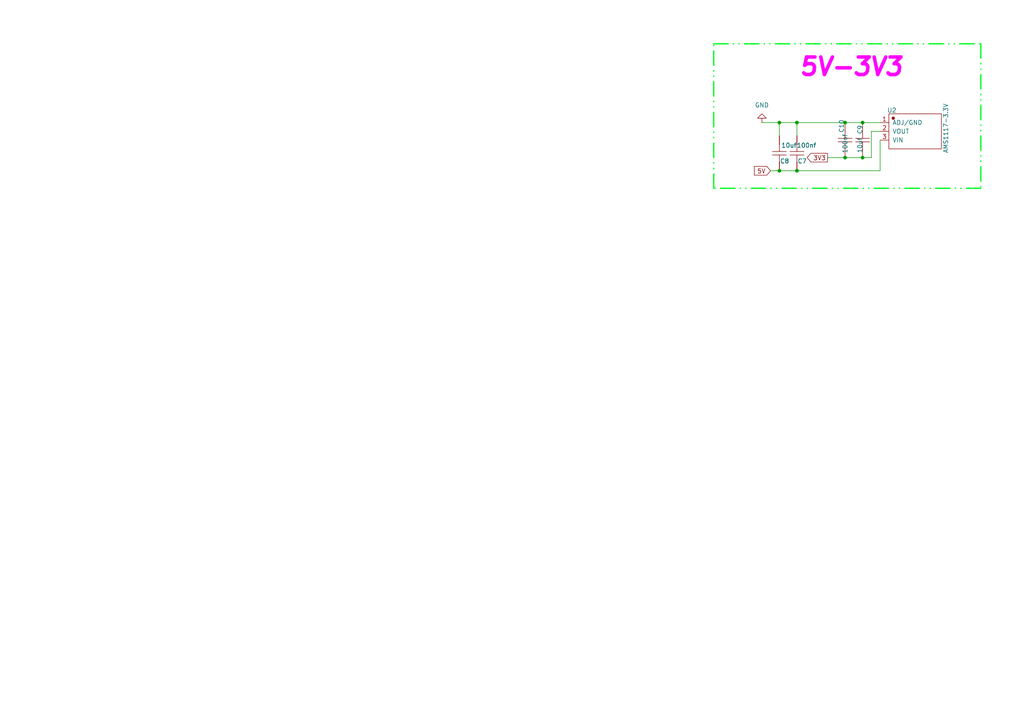
<source format=kicad_sch>
(kicad_sch (version 20250114) (generator "eeschema") (generator_version "9.0")
  (paper "A4")
  (title_block (title "5-3V3") (date "2025-01-24") (rev "Dennis_Re_Yoonjiho"))
  (lib_symbols
    (symbol "Ts_Foc_Vo符号库:AMS1117-3.3V" (pin_names (offset 1.016))
      (property "Reference" "U" (at -4.318 6.096 0))
      (property "Value" "AMS1117-3.3V" (at 2.54 -6.096 0))
      (symbol "AMS1117-3.3V_1_1"
        (rectangle (start -5.08 5.08) (end 10.16 -5.08) (stroke (width 0.1524)))
        (circle (center -3.81 3.81) (radius 0.381) (stroke (width 0.1524)) (fill (type outline)))
        (pin input line (at -7.62 2.54 0) (length 2.54) (name "ADJ/GND") (number "1"))
        (pin input line (at -7.62 0 0) (length 2.54) (name "VOUT") (number "2"))
        (pin input line (at -7.62 -2.54 0) (length 2.54) (name "VIN") (number "3"))
      )
    )
    (symbol "Ts_Foc_Vo符号库:CAP" (pin_numbers (hide yes)) (pin_names (offset 1.016) (hide yes))
      (property "Reference" "C" (at -2.286 1.524 0))
      (property "Value" "Value" (at 3.81 1.524 0))
      (symbol "CAP_1_1"
        (polyline (pts (xy -0.508 0) (xy -2.54 0)) (stroke (width 0.1524)))
        (polyline (pts (xy -0.508 -2.032) (xy -0.508 2.032)) (stroke (width 0.1524)))
        (polyline (pts (xy 0.508 2.032) (xy 0.508 -2.032)) (stroke (width 0.1524)))
        (polyline (pts (xy 2.54 0) (xy 0.508 0)) (stroke (width 0.1524)))
        (pin input line (at -5.08 0 0) (length 2.54) (name "1") (number "1"))
        (pin input line (at 5.08 0 180) (length 2.54) (name "2") (number "2"))
      )
    )
    (symbol "power:GND" (power) (pin_numbers (hide yes)) (pin_names (offset 0) (hide yes))
      (property "Value" "GND" (at 0 -3.81 0))
      (symbol "GND_0_1"
        (polyline (pts (xy 0 0) (xy 0 -1.27) (xy 1.27 -1.27) (xy 0 -2.54) (xy -1.27 -1.27) (xy 0 -1.27)))
      )
      (symbol "GND_1_1"
        (pin power_in line (at 0 0 270) (length 0) (name "~") (number "1"))
      )
    )
  )
  (text "5V-3V3\n" (exclude_from_sim yes) (at 246.888 19.558 0) (effects (font (size 5.08 5.08) (thickness 1.016) (bold yes) (italic yes))))
  (junction (at 250.19 45.72))
  (junction (at 226.06 35.56))
  (junction (at 250.19 35.56))
  (junction (at 231.14 35.56))
  (junction (at 231.14 49.53))
  (junction (at 245.11 45.72))
  (junction (at 226.06 49.53))
  (junction (at 245.11 35.56))
  (wire (pts (xy 231.14 35.56) (xy 245.11 35.56)))
  (bus (pts (xy 207.01 54.61) (xy 207.01 12.7)) (stroke (width 0.381) (type dash_dot_dot) (color 0 255 30 1)))
  (wire (pts (xy 250.19 35.56) (xy 255.27 35.56)))
  (bus (pts (xy 284.48 54.61) (xy 207.01 54.61)) (stroke (width 0.381) (type dash_dot_dot) (color 0 255 30 1)))
  (wire (pts (xy 226.06 39.37) (xy 226.06 35.56)))
  (wire (pts (xy 240.03 45.72) (xy 245.11 45.72)))
  (wire (pts (xy 255.27 40.64) (xy 255.27 49.53)))
  (wire (pts (xy 245.11 35.56) (xy 250.19 35.56)))
  (wire (pts (xy 226.06 35.56) (xy 231.14 35.56)))
  (wire (pts (xy 245.11 45.72) (xy 250.19 45.72)))
  (wire (pts (xy 252.73 38.1) (xy 252.73 45.72)))
  (wire (pts (xy 220.98 35.56) (xy 226.06 35.56)))
  (wire (pts (xy 231.14 49.53) (xy 255.27 49.53)))
  (bus (pts (xy 207.01 12.7) (xy 284.48 12.7)) (stroke (width 0.381) (type dash_dot_dot) (color 0 255 30 1)))
  (wire (pts (xy 226.06 49.53) (xy 231.14 49.53)))
  (wire (pts (xy 255.27 38.1) (xy 252.73 38.1)))
  (wire (pts (xy 231.14 39.37) (xy 231.14 35.56)))
  (wire (pts (xy 223.52 49.53) (xy 226.06 49.53)))
  (bus (pts (xy 284.48 12.7) (xy 284.48 54.61)) (stroke (width 0.381) (type dash_dot_dot) (color 0 255 30 1)))
  (wire (pts (xy 250.19 45.72) (xy 252.73 45.72)))
  (global_label "5V" (shape input) (at 223.52 49.53 180) (property "Intersheetrefs" "${INTERSHEET_REFS}" (effects (hide yes))))
  (global_label "3V3" (shape output) (at 240.03 45.72 180) (property "Intersheetrefs" "${INTERSHEET_REFS}" (effects (hide yes))))
  (symbol (lib_id "Ts_Foc_Vo符号库:CAP") (at 245.11 40.64 270) (unit 1)
    (property "Reference" "C10" (at 244.094 36.576 0))
    (property "Value" "100nf" (at 245.11 41.656 0))
    (property "Footprint" "Ts_Foc_Vo封装库:CAP_0402" (effects (hide yes)))
    (property "Datasheet" "http://www.szlcsc.com/product/details_602003.html" (effects (hide yes)))
    (property "SuppliersPartNumber" "C575438" (effects (hide yes)))
    (property "uuid" "std:0b682b3549a44c2f91624e74dc370f45" (effects (hide yes)))
  )
  (symbol (lib_id "Ts_Foc_Vo符号库:CAP") (at 231.14 44.45 90) (unit 1)
    (property "Reference" "C7" (at 232.664 46.736 90))
    (property "Value" "100nf" (at 233.934 42.164 90))
    (property "Footprint" "Ts_Foc_Vo封装库:CAP_0402" (effects (hide yes)))
    (property "Datasheet" "http://www.szlcsc.com/product/details_602003.html" (effects (hide yes)))
    (property "SuppliersPartNumber" "C575438" (effects (hide yes)))
    (property "uuid" "std:0b682b3549a44c2f91624e74dc370f45" (effects (hide yes)))
  )
  (symbol (lib_id "Ts_Foc_Vo符号库:CAP") (at 250.19 40.64 270) (unit 1)
    (property "Reference" "C9" (at 249.428 37.592 0))
    (property "Value" "10uf" (at 249.428 42.164 0))
    (property "Footprint" "Ts_Foc_Vo封装库:CAP_0402" (effects (hide yes)))
    (property "Datasheet" "http://www.szlcsc.com/product/details_602003.html" (effects (hide yes)))
    (property "SuppliersPartNumber" "C575438" (effects (hide yes)))
    (property "uuid" "std:0b682b3549a44c2f91624e74dc370f45" (effects (hide yes)))
  )
  (symbol (lib_id "Ts_Foc_Vo符号库:CAP") (at 226.06 44.45 90) (unit 1)
    (property "Reference" "C8" (at 227.584 46.736 90))
    (property "Value" "10uf" (at 228.854 42.164 90))
    (property "Footprint" "Ts_Foc_Vo封装库:CAP_0402" (effects (hide yes)))
    (property "Datasheet" "http://www.szlcsc.com/product/details_602003.html" (effects (hide yes)))
    (property "SuppliersPartNumber" "C575438" (effects (hide yes)))
    (property "uuid" "std:0b682b3549a44c2f91624e74dc370f45" (effects (hide yes)))
  )
  (symbol (lib_id "power:GND") (at 220.98 35.56 180) (unit 1)
    (property "Reference" "#PWR06" (effects (hide yes)))
    (property "Value" "GND" (at 220.98 30.48 0))
    (property "Description" "Power symbol creates a global label with name \"GND\" , ground" (effects (hide yes)))
  )
  (symbol (lib_id "Ts_Foc_Vo符号库:AMS1117-3.3V") (at 262.89 38.1 0) (unit 1)
    (property "Reference" "U2" (at 257.302 32.004 0) (effects (justify left)))
    (property "Value" "AMS1117-3.3V" (at 274.32 44.45 90) (effects (justify left)))
    (property "Footprint" "Ts_Foc_Vo封装库:AMS1117_SOT-89" (effects (hide yes)))
    (property "SuppliersPartNumber" "C5120796" (effects (hide yes)))
    (property "uuid" "std:dd1bd0a9f0b849aeb788b05bdd214157" (effects (hide yes)))
  )
)
</source>
